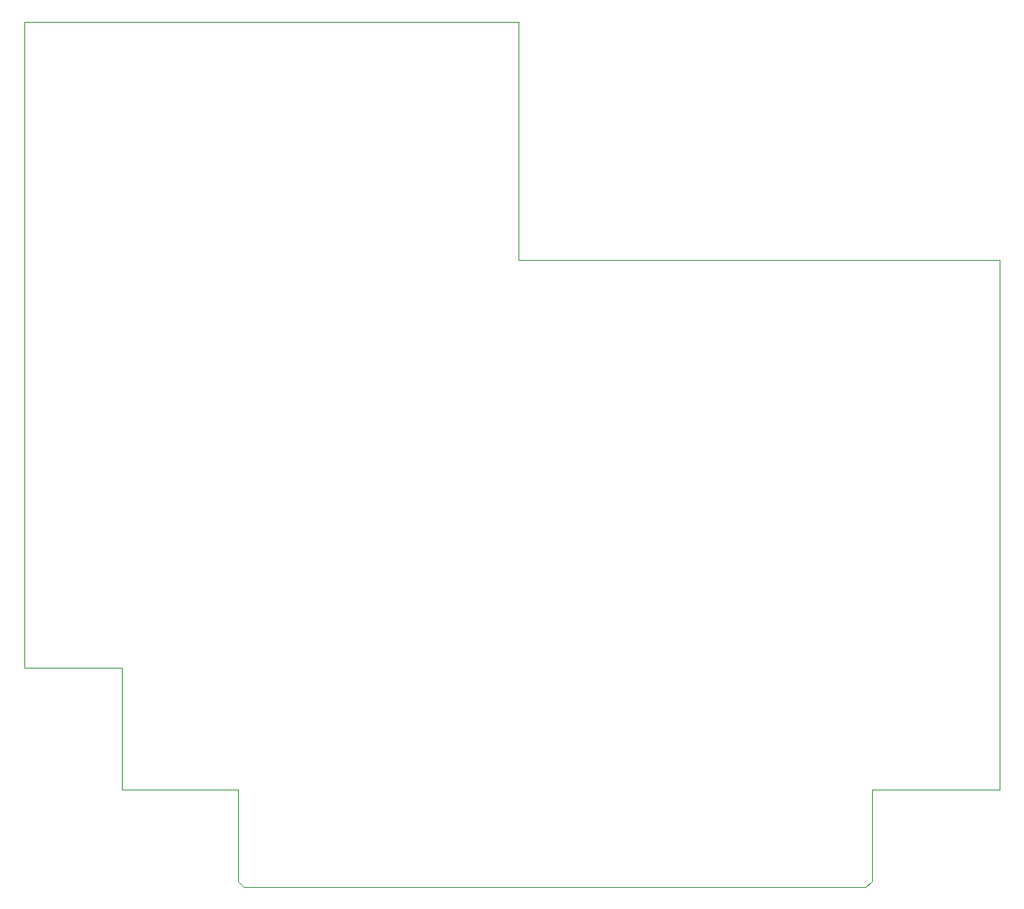
<source format=gbr>
%TF.GenerationSoftware,KiCad,Pcbnew,7.0.7*%
%TF.CreationDate,2023-10-18T23:35:30-07:00*%
%TF.ProjectId,WonrderTANG,576f6e72-6465-4725-9441-4e472e6b6963,rev?*%
%TF.SameCoordinates,Original*%
%TF.FileFunction,Profile,NP*%
%FSLAX46Y46*%
G04 Gerber Fmt 4.6, Leading zero omitted, Abs format (unit mm)*
G04 Created by KiCad (PCBNEW 7.0.7) date 2023-10-18 23:35:30*
%MOMM*%
%LPD*%
G01*
G04 APERTURE LIST*
%TA.AperFunction,Profile*%
%ADD10C,0.050000*%
%TD*%
G04 APERTURE END LIST*
D10*
X144780000Y-142875000D02*
X144145000Y-143510000D01*
X78740000Y-142875000D02*
X78740000Y-133350000D01*
X107950000Y-53340000D02*
X107950000Y-78105000D01*
X158110000Y-78105000D02*
X158115000Y-133350000D01*
X144145000Y-143510000D02*
X79375000Y-143510000D01*
X107950000Y-78105000D02*
X158110000Y-78105000D01*
X78740000Y-133350000D02*
X66675000Y-133350000D01*
X144780000Y-133350000D02*
X144780000Y-142875000D01*
X66675000Y-120650000D02*
X56515000Y-120650000D01*
X66675000Y-133350000D02*
X66675000Y-120650000D01*
X56515000Y-120650000D02*
X56515000Y-53340000D01*
X56515000Y-53340000D02*
X107950000Y-53340000D01*
X79375000Y-143510000D02*
X78740000Y-142875000D01*
X158115000Y-133350000D02*
X144780000Y-133350000D01*
M02*

</source>
